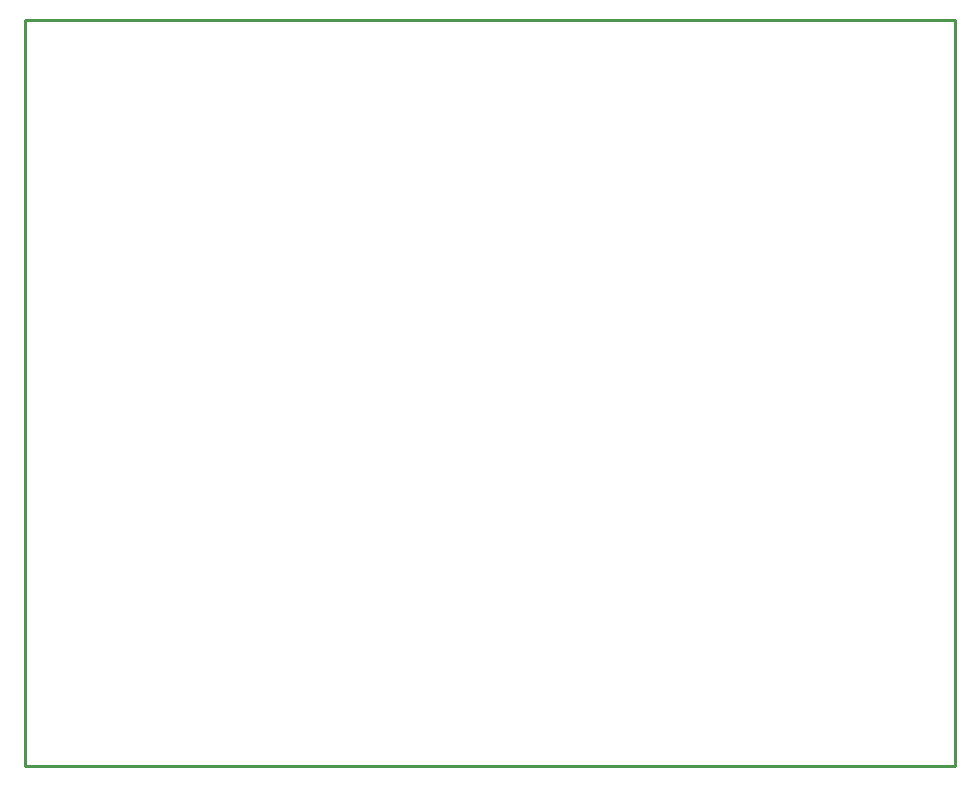
<source format=gbr>
G04 EAGLE Gerber RS-274X export*
G75*
%MOMM*%
%FSLAX34Y34*%
%LPD*%
%IN*%
%IPPOS*%
%AMOC8*
5,1,8,0,0,1.08239X$1,22.5*%
G01*
%ADD10C,0.254000*%


D10*
X-50800Y-63500D02*
X736400Y-63500D01*
X736400Y568200D01*
X-50800Y568200D01*
X-50800Y-63500D01*
M02*

</source>
